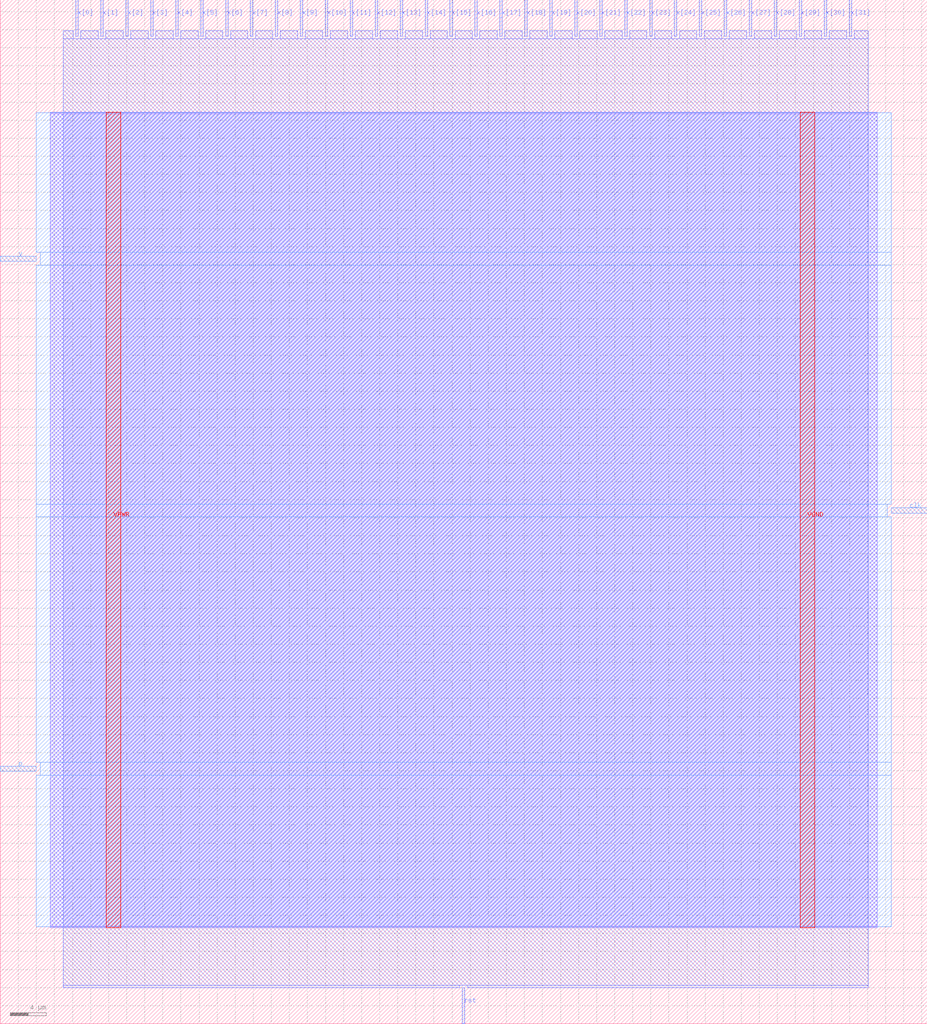
<source format=lef>
VERSION 5.7 ;
  NOWIREEXTENSIONATPIN ON ;
  DIVIDERCHAR "/" ;
  BUSBITCHARS "[]" ;
MACRO spm
  CLASS BLOCK ;
  FOREIGN spm ;
  ORIGIN 0.000 0.000 ;
  SIZE 102.585 BY 113.305 ;
  PIN VGND
    DIRECTION INOUT ;
    USE GROUND ;
    PORT
      LAYER met4 ;
        RECT 88.520 10.640 90.120 100.880 ;
    END
  END VGND
  PIN VPWR
    DIRECTION INOUT ;
    USE POWER ;
    PORT
      LAYER met4 ;
        RECT 11.720 10.640 13.320 100.880 ;
    END
  END VPWR
  PIN clk
    DIRECTION INPUT ;
    USE SIGNAL ;
    PORT
      LAYER met3 ;
        RECT 98.585 56.480 102.585 57.080 ;
    END
  END clk
  PIN p
    DIRECTION OUTPUT TRISTATE ;
    USE SIGNAL ;
    PORT
      LAYER met3 ;
        RECT 0.000 27.920 4.000 28.520 ;
    END
  END p
  PIN rst
    DIRECTION INPUT ;
    USE SIGNAL ;
    PORT
      LAYER met2 ;
        RECT 51.150 0.000 51.430 4.000 ;
    END
  END rst
  PIN x[0]
    DIRECTION INPUT ;
    USE SIGNAL ;
    PORT
      LAYER met2 ;
        RECT 8.370 109.305 8.650 113.305 ;
    END
  END x[0]
  PIN x[10]
    DIRECTION INPUT ;
    USE SIGNAL ;
    PORT
      LAYER met2 ;
        RECT 35.970 109.305 36.250 113.305 ;
    END
  END x[10]
  PIN x[11]
    DIRECTION INPUT ;
    USE SIGNAL ;
    PORT
      LAYER met2 ;
        RECT 38.730 109.305 39.010 113.305 ;
    END
  END x[11]
  PIN x[12]
    DIRECTION INPUT ;
    USE SIGNAL ;
    PORT
      LAYER met2 ;
        RECT 41.490 109.305 41.770 113.305 ;
    END
  END x[12]
  PIN x[13]
    DIRECTION INPUT ;
    USE SIGNAL ;
    PORT
      LAYER met2 ;
        RECT 44.250 109.305 44.530 113.305 ;
    END
  END x[13]
  PIN x[14]
    DIRECTION INPUT ;
    USE SIGNAL ;
    PORT
      LAYER met2 ;
        RECT 47.010 109.305 47.290 113.305 ;
    END
  END x[14]
  PIN x[15]
    DIRECTION INPUT ;
    USE SIGNAL ;
    PORT
      LAYER met2 ;
        RECT 49.770 109.305 50.050 113.305 ;
    END
  END x[15]
  PIN x[16]
    DIRECTION INPUT ;
    USE SIGNAL ;
    PORT
      LAYER met2 ;
        RECT 52.530 109.305 52.810 113.305 ;
    END
  END x[16]
  PIN x[17]
    DIRECTION INPUT ;
    USE SIGNAL ;
    PORT
      LAYER met2 ;
        RECT 55.290 109.305 55.570 113.305 ;
    END
  END x[17]
  PIN x[18]
    DIRECTION INPUT ;
    USE SIGNAL ;
    PORT
      LAYER met2 ;
        RECT 58.050 109.305 58.330 113.305 ;
    END
  END x[18]
  PIN x[19]
    DIRECTION INPUT ;
    USE SIGNAL ;
    PORT
      LAYER met2 ;
        RECT 60.810 109.305 61.090 113.305 ;
    END
  END x[19]
  PIN x[1]
    DIRECTION INPUT ;
    USE SIGNAL ;
    PORT
      LAYER met2 ;
        RECT 11.130 109.305 11.410 113.305 ;
    END
  END x[1]
  PIN x[20]
    DIRECTION INPUT ;
    USE SIGNAL ;
    PORT
      LAYER met2 ;
        RECT 63.570 109.305 63.850 113.305 ;
    END
  END x[20]
  PIN x[21]
    DIRECTION INPUT ;
    USE SIGNAL ;
    PORT
      LAYER met2 ;
        RECT 66.330 109.305 66.610 113.305 ;
    END
  END x[21]
  PIN x[22]
    DIRECTION INPUT ;
    USE SIGNAL ;
    PORT
      LAYER met2 ;
        RECT 69.090 109.305 69.370 113.305 ;
    END
  END x[22]
  PIN x[23]
    DIRECTION INPUT ;
    USE SIGNAL ;
    PORT
      LAYER met2 ;
        RECT 71.850 109.305 72.130 113.305 ;
    END
  END x[23]
  PIN x[24]
    DIRECTION INPUT ;
    USE SIGNAL ;
    PORT
      LAYER met2 ;
        RECT 74.610 109.305 74.890 113.305 ;
    END
  END x[24]
  PIN x[25]
    DIRECTION INPUT ;
    USE SIGNAL ;
    PORT
      LAYER met2 ;
        RECT 77.370 109.305 77.650 113.305 ;
    END
  END x[25]
  PIN x[26]
    DIRECTION INPUT ;
    USE SIGNAL ;
    PORT
      LAYER met2 ;
        RECT 80.130 109.305 80.410 113.305 ;
    END
  END x[26]
  PIN x[27]
    DIRECTION INPUT ;
    USE SIGNAL ;
    PORT
      LAYER met2 ;
        RECT 82.890 109.305 83.170 113.305 ;
    END
  END x[27]
  PIN x[28]
    DIRECTION INPUT ;
    USE SIGNAL ;
    PORT
      LAYER met2 ;
        RECT 85.650 109.305 85.930 113.305 ;
    END
  END x[28]
  PIN x[29]
    DIRECTION INPUT ;
    USE SIGNAL ;
    PORT
      LAYER met2 ;
        RECT 88.410 109.305 88.690 113.305 ;
    END
  END x[29]
  PIN x[2]
    DIRECTION INPUT ;
    USE SIGNAL ;
    PORT
      LAYER met2 ;
        RECT 13.890 109.305 14.170 113.305 ;
    END
  END x[2]
  PIN x[30]
    DIRECTION INPUT ;
    USE SIGNAL ;
    PORT
      LAYER met2 ;
        RECT 91.170 109.305 91.450 113.305 ;
    END
  END x[30]
  PIN x[31]
    DIRECTION INPUT ;
    USE SIGNAL ;
    PORT
      LAYER met2 ;
        RECT 93.930 109.305 94.210 113.305 ;
    END
  END x[31]
  PIN x[3]
    DIRECTION INPUT ;
    USE SIGNAL ;
    PORT
      LAYER met2 ;
        RECT 16.650 109.305 16.930 113.305 ;
    END
  END x[3]
  PIN x[4]
    DIRECTION INPUT ;
    USE SIGNAL ;
    PORT
      LAYER met2 ;
        RECT 19.410 109.305 19.690 113.305 ;
    END
  END x[4]
  PIN x[5]
    DIRECTION INPUT ;
    USE SIGNAL ;
    PORT
      LAYER met2 ;
        RECT 22.170 109.305 22.450 113.305 ;
    END
  END x[5]
  PIN x[6]
    DIRECTION INPUT ;
    USE SIGNAL ;
    PORT
      LAYER met2 ;
        RECT 24.930 109.305 25.210 113.305 ;
    END
  END x[6]
  PIN x[7]
    DIRECTION INPUT ;
    USE SIGNAL ;
    PORT
      LAYER met2 ;
        RECT 27.690 109.305 27.970 113.305 ;
    END
  END x[7]
  PIN x[8]
    DIRECTION INPUT ;
    USE SIGNAL ;
    PORT
      LAYER met2 ;
        RECT 30.450 109.305 30.730 113.305 ;
    END
  END x[8]
  PIN x[9]
    DIRECTION INPUT ;
    USE SIGNAL ;
    PORT
      LAYER met2 ;
        RECT 33.210 109.305 33.490 113.305 ;
    END
  END x[9]
  PIN y
    DIRECTION INPUT ;
    USE SIGNAL ;
    PORT
      LAYER met3 ;
        RECT 0.000 84.360 4.000 84.960 ;
    END
  END y
  OBS
      LAYER li1 ;
        RECT 5.520 10.795 97.060 100.725 ;
      LAYER met1 ;
        RECT 5.520 10.640 97.060 100.880 ;
      LAYER met2 ;
        RECT 6.990 109.025 8.090 109.890 ;
        RECT 8.930 109.025 10.850 109.890 ;
        RECT 11.690 109.025 13.610 109.890 ;
        RECT 14.450 109.025 16.370 109.890 ;
        RECT 17.210 109.025 19.130 109.890 ;
        RECT 19.970 109.025 21.890 109.890 ;
        RECT 22.730 109.025 24.650 109.890 ;
        RECT 25.490 109.025 27.410 109.890 ;
        RECT 28.250 109.025 30.170 109.890 ;
        RECT 31.010 109.025 32.930 109.890 ;
        RECT 33.770 109.025 35.690 109.890 ;
        RECT 36.530 109.025 38.450 109.890 ;
        RECT 39.290 109.025 41.210 109.890 ;
        RECT 42.050 109.025 43.970 109.890 ;
        RECT 44.810 109.025 46.730 109.890 ;
        RECT 47.570 109.025 49.490 109.890 ;
        RECT 50.330 109.025 52.250 109.890 ;
        RECT 53.090 109.025 55.010 109.890 ;
        RECT 55.850 109.025 57.770 109.890 ;
        RECT 58.610 109.025 60.530 109.890 ;
        RECT 61.370 109.025 63.290 109.890 ;
        RECT 64.130 109.025 66.050 109.890 ;
        RECT 66.890 109.025 68.810 109.890 ;
        RECT 69.650 109.025 71.570 109.890 ;
        RECT 72.410 109.025 74.330 109.890 ;
        RECT 75.170 109.025 77.090 109.890 ;
        RECT 77.930 109.025 79.850 109.890 ;
        RECT 80.690 109.025 82.610 109.890 ;
        RECT 83.450 109.025 85.370 109.890 ;
        RECT 86.210 109.025 88.130 109.890 ;
        RECT 88.970 109.025 90.890 109.890 ;
        RECT 91.730 109.025 93.650 109.890 ;
        RECT 94.490 109.025 96.040 109.890 ;
        RECT 6.990 4.280 96.040 109.025 ;
        RECT 6.990 4.000 50.870 4.280 ;
        RECT 51.710 4.000 96.040 4.280 ;
      LAYER met3 ;
        RECT 4.000 85.360 98.585 100.805 ;
        RECT 4.400 83.960 98.585 85.360 ;
        RECT 4.000 57.480 98.585 83.960 ;
        RECT 4.000 56.080 98.185 57.480 ;
        RECT 4.000 28.920 98.585 56.080 ;
        RECT 4.400 27.520 98.585 28.920 ;
        RECT 4.000 10.715 98.585 27.520 ;
  END
END spm
END LIBRARY


</source>
